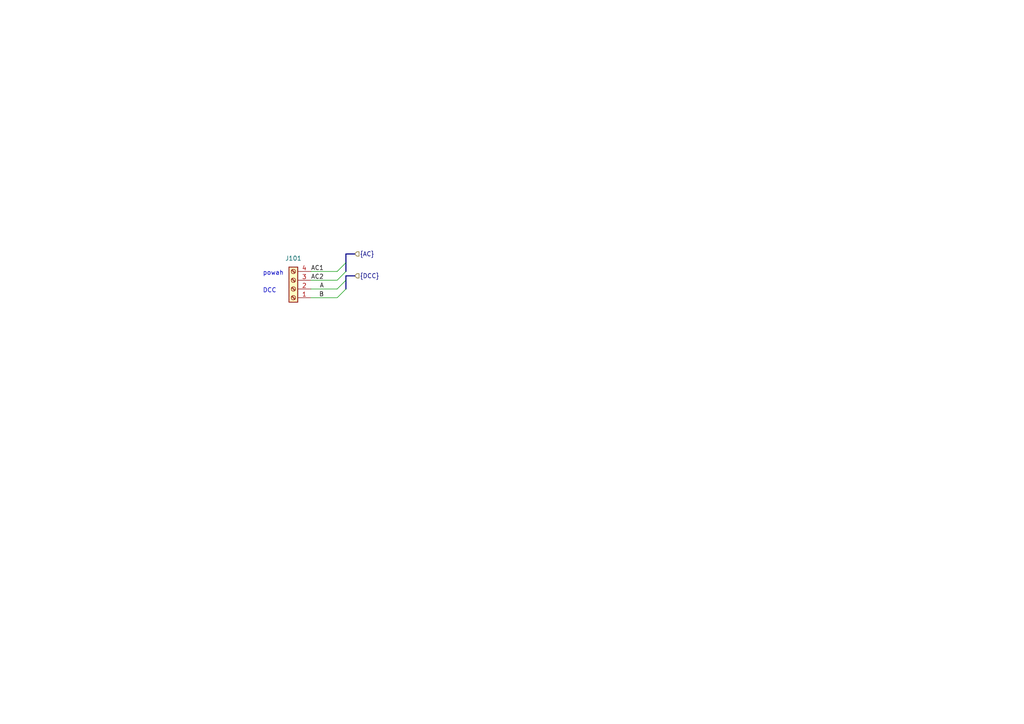
<source format=kicad_sch>
(kicad_sch (version 20231120) (generator "eeschema") (generator_version "8.0")
  (paper "A4")
  (lib_symbols
    (symbol "Connector:Screw_Terminal_01x04" (pin_names (offset 1.016) hide)
      (property "Reference" "J" (at 0 5.08 0))
      (property "Value" "Screw_Terminal_01x04" (at 0 -7.62 0))
      (symbol "Screw_Terminal_01x04_1_1"
        (rectangle (start -1.27 3.81) (end 1.27 -6.35) (stroke (width 0.254)) (fill (type background)))
        (circle (center 0 -5.08) (radius 0.635) (stroke (width 0.1524)))
        (circle (center 0 -2.54) (radius 0.635) (stroke (width 0.1524)))
        (polyline (pts (xy -0.5334 -4.7498) (xy 0.3302 -5.588)) (stroke (width 0.1524)))
        (polyline (pts (xy -0.5334 -2.2098) (xy 0.3302 -3.048)) (stroke (width 0.1524)))
        (polyline (pts (xy -0.5334 0.3302) (xy 0.3302 -0.508)) (stroke (width 0.1524)))
        (polyline (pts (xy -0.5334 2.8702) (xy 0.3302 2.032)) (stroke (width 0.1524)))
        (polyline (pts (xy -0.3556 -4.572) (xy 0.508 -5.4102)) (stroke (width 0.1524)))
        (polyline (pts (xy -0.3556 -2.032) (xy 0.508 -2.8702)) (stroke (width 0.1524)))
        (polyline (pts (xy -0.3556 0.508) (xy 0.508 -0.3302)) (stroke (width 0.1524)))
        (polyline (pts (xy -0.3556 3.048) (xy 0.508 2.2098)) (stroke (width 0.1524)))
        (circle (center 0 0) (radius 0.635) (stroke (width 0.1524)))
        (circle (center 0 2.54) (radius 0.635) (stroke (width 0.1524)))
        (pin passive line (at -5.08 2.54 0) (length 3.81) (name "Pin_1") (number "1"))
        (pin passive line (at -5.08 0 0) (length 3.81) (name "Pin_2") (number "2"))
        (pin passive line (at -5.08 -2.54 0) (length 3.81) (name "Pin_3") (number "3"))
        (pin passive line (at -5.08 -5.08 0) (length 3.81) (name "Pin_4") (number "4"))
      )
    )
  )
  (bus_alias "AC" (members))
  (bus_alias "DCC" (members))
  (bus_entry (at 97.79 86.36) (size 2.54 -2.54))
  (bus_entry (at 97.79 83.82) (size 2.54 -2.54))
  (bus_entry (at 100.33 78.74) (size -2.54 2.54))
  (bus_entry (at 100.33 76.2) (size -2.54 2.54))
  (bus (pts (xy 100.33 73.66) (xy 100.33 76.2)))
  (bus (pts (xy 100.33 81.28) (xy 100.33 83.82)))
  (wire (pts (xy 90.17 83.82) (xy 97.79 83.82)))
  (bus (pts (xy 102.87 73.66) (xy 100.33 73.66)))
  (wire (pts (xy 90.17 81.28) (xy 97.79 81.28)))
  (bus (pts (xy 100.33 80.01) (xy 102.87 80.01)))
  (wire (pts (xy 90.17 86.36) (xy 97.79 86.36)))
  (bus (pts (xy 100.33 80.01) (xy 100.33 81.28)))
  (wire (pts (xy 90.17 78.74) (xy 97.79 78.74)))
  (bus (pts (xy 100.33 76.2) (xy 100.33 78.74)))
  (text "DCC" (at 76.2 85.09 0) (effects (font (size 1.27 1.27)) (justify left bottom)))
  (text "powah" (at 76.2 80.01 0) (effects (font (size 1.27 1.27)) (justify left bottom)))
  (label "AC1" (at 90.17 78.74 0))
  (label "AC2" (at 90.17 81.28 0))
  (label "A" (at 93.98 83.82 180))
  (label "B" (at 93.98 86.36 180))
  (hierarchical_label "{DCC}" (shape input) (at 102.87 80.01 0))
  (hierarchical_label "{AC}" (shape input) (at 102.87 73.66 0))
  (symbol (lib_id "Connector:Screw_Terminal_01x04") (at 85.09 83.82 180) (unit 1)
    (property "Reference" "J101" (at 85.09 74.93 0))
    (property "Value" "Screw_Terminal_01x04" (effects (hide yes)))
    (property "Footprint" "TerminalBlock_Phoenix:TerminalBlock_Phoenix_MKDS-1,5-4-5.08_1x04_P5.08mm_Horizontal" (effects (hide yes)))
  )
)
</source>
